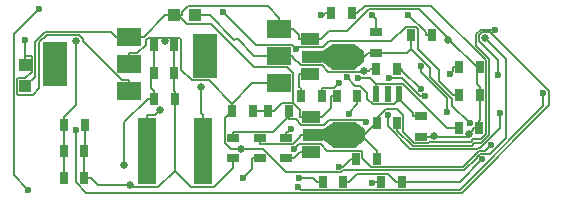
<source format=gbr>
%TF.GenerationSoftware,KiCad,Pcbnew,5.0.0*%
%TF.CreationDate,2018-09-25T19:59:15+02:00*%
%TF.ProjectId,mps_V05,6D70735F5630352E6B696361645F7063,rev?*%
%TF.SameCoordinates,Original*%
%TF.FileFunction,Copper,L2,Bot,Signal*%
%TF.FilePolarity,Positive*%
%FSLAX46Y46*%
G04 Gerber Fmt 4.6, Leading zero omitted, Abs format (unit mm)*
G04 Created by KiCad (PCBNEW 5.0.0) date Tue Sep 25 19:59:15 2018*
%MOMM*%
%LPD*%
G01*
G04 APERTURE LIST*
%ADD10R,1.070000X1.100000*%
%ADD11R,1.100000X1.070000*%
%ADD12R,0.670000X1.000000*%
%ADD13R,1.000000X0.670000*%
%ADD14C,0.850000*%
%ADD15C,0.100000*%
%ADD16R,1.500000X1.000000*%
%ADD17R,1.800000X1.000000*%
%ADD18R,1.840000X2.200000*%
%ADD19C,1.000000*%
%ADD20R,2.000000X3.800000*%
%ADD21R,2.000000X1.500000*%
%ADD22R,0.500000X1.400000*%
%ADD23R,1.600000X5.700000*%
%ADD24C,0.650000*%
%ADD25C,0.600000*%
%ADD26C,0.150000*%
%ADD27C,0.170000*%
%ADD28C,0.130000*%
G04 APERTURE END LIST*
D10*
X138786000Y-126187000D03*
X136936000Y-126187000D03*
D11*
X124384000Y-130342000D03*
X124384000Y-132192000D03*
D12*
X143623000Y-134315000D03*
X141873000Y-134315000D03*
X152488000Y-133020000D03*
X150738000Y-133020000D03*
X162814000Y-135738000D03*
X161064000Y-135738000D03*
D13*
X157886000Y-136486000D03*
X157886000Y-134736000D03*
D12*
X137019000Y-133248000D03*
X135269000Y-133248000D03*
X137008000Y-131064000D03*
X135258000Y-131064000D03*
X129388000Y-137668000D03*
X127638000Y-137668000D03*
X129424000Y-135433000D03*
X127674000Y-135433000D03*
X137008000Y-128727000D03*
X135258000Y-128727000D03*
X129388000Y-139954000D03*
X127638000Y-139954000D03*
D14*
X152654000Y-129667000D03*
D15*
G36*
X153079000Y-130167000D02*
X152229000Y-130767000D01*
X152229000Y-128567000D01*
X153079000Y-129167000D01*
X153079000Y-130167000D01*
X153079000Y-130167000D01*
G37*
D16*
X148507000Y-131167000D03*
D17*
X148653500Y-129667000D03*
D16*
X148507000Y-128167000D03*
D18*
X151320500Y-129667000D03*
D19*
X149910800Y-129667000D03*
D15*
G36*
X149410800Y-129267000D02*
X150410800Y-128567000D01*
X150410800Y-130767000D01*
X149410800Y-130067000D01*
X149410800Y-129267000D01*
X149410800Y-129267000D01*
G37*
D14*
X152717000Y-136271000D03*
D15*
G36*
X153142000Y-136771000D02*
X152292000Y-137371000D01*
X152292000Y-135171000D01*
X153142000Y-135771000D01*
X153142000Y-136771000D01*
X153142000Y-136771000D01*
G37*
D16*
X148570000Y-137771000D03*
D17*
X148716500Y-136271000D03*
D16*
X148570000Y-134771000D03*
D18*
X151383500Y-136271000D03*
D19*
X149973800Y-136271000D03*
D15*
G36*
X149473800Y-135871000D02*
X150473800Y-135171000D01*
X150473800Y-137371000D01*
X149473800Y-136671000D01*
X149473800Y-135871000D01*
X149473800Y-135871000D01*
G37*
D12*
X147740000Y-133020000D03*
X149490000Y-133020000D03*
X157037000Y-127838000D03*
X158787000Y-127838000D03*
X151319000Y-140259000D03*
X149569000Y-140259000D03*
D13*
X154102000Y-127573000D03*
X154102000Y-129323000D03*
D12*
X154509000Y-140272000D03*
X156259000Y-140272000D03*
D13*
X146456000Y-138289000D03*
X146456000Y-136539000D03*
X144221000Y-136528000D03*
X144221000Y-138278000D03*
D12*
X154129000Y-135255000D03*
X155879000Y-135255000D03*
X152414000Y-138328000D03*
X154164000Y-138328000D03*
X150255000Y-126009000D03*
X152005000Y-126009000D03*
X162865000Y-130556000D03*
X161115000Y-130556000D03*
X162865000Y-132944000D03*
X161115000Y-132944000D03*
X154065000Y-130746000D03*
X155815000Y-130746000D03*
D13*
X141935000Y-138278000D03*
X141935000Y-136528000D03*
D12*
X146671000Y-134302000D03*
X144921000Y-134302000D03*
D20*
X139598000Y-129604000D03*
D21*
X145898000Y-129604000D03*
X145898000Y-131904000D03*
X145898000Y-127304000D03*
D20*
X126898000Y-130302000D03*
D21*
X133198000Y-130302000D03*
X133198000Y-132602000D03*
X133198000Y-128002000D03*
D22*
X154114000Y-132842000D03*
X155130000Y-132842000D03*
X156019000Y-132842000D03*
D23*
X139408000Y-137668000D03*
X134708000Y-137668000D03*
D24*
X160156800Y-128226000D03*
X158955500Y-136395000D03*
X161981400Y-136242400D03*
X139220900Y-132233300D03*
X153017000Y-130852000D03*
X136238900Y-128355000D03*
X142642700Y-137515700D03*
X163330400Y-128127800D03*
X132776000Y-138813100D03*
X128672700Y-128350000D03*
X135792600Y-134169900D03*
D25*
X153691800Y-126111000D03*
X153765700Y-140377500D03*
X150905000Y-138983400D03*
X158212300Y-133040400D03*
X155154300Y-131491200D03*
X163821500Y-137118400D03*
X147161200Y-137509800D03*
X164587600Y-134454400D03*
X155078600Y-134592000D03*
X157850400Y-132410100D03*
X168226300Y-132738000D03*
X147492900Y-140706700D03*
X156822200Y-126140900D03*
X147547500Y-139954000D03*
X157850500Y-130482000D03*
X160125200Y-134392000D03*
X142769200Y-139954000D03*
X164188600Y-127376800D03*
X163061600Y-138356900D03*
X162036600Y-135326400D03*
X141093100Y-125875700D03*
X147338600Y-129050900D03*
D24*
X133261800Y-140574200D03*
D25*
X124337400Y-128303100D03*
X151771200Y-134514700D03*
X152543000Y-131439300D03*
X151626700Y-131429000D03*
X124640100Y-140929100D03*
X125547400Y-125642300D03*
X149449800Y-126111000D03*
X150924200Y-131905700D03*
X146853600Y-135787700D03*
X128631400Y-135849900D03*
X164397200Y-131189800D03*
X160357500Y-131121200D03*
X153235600Y-135209000D03*
D26*
X148570000Y-134771000D02*
X147644700Y-134771000D01*
X147073400Y-133598300D02*
X147644700Y-134169600D01*
X147644700Y-134169600D02*
X147644700Y-134771000D01*
X147073400Y-133598300D02*
X146135000Y-133598300D01*
X146135000Y-133598300D02*
X145431300Y-134302000D01*
X137468800Y-126187000D02*
X137468800Y-126286700D01*
X137468800Y-126286700D02*
X138108900Y-126926800D01*
X138108900Y-126926800D02*
X140132700Y-126926800D01*
X140132700Y-126926800D02*
X143735300Y-130529400D01*
X143735300Y-130529400D02*
X146529800Y-130529400D01*
X146529800Y-130529400D02*
X147073400Y-131073000D01*
X147073400Y-131073000D02*
X147073400Y-133598300D01*
X150738000Y-133020000D02*
X150227700Y-133020000D01*
X148570000Y-134771000D02*
X149495300Y-134771000D01*
X149495300Y-134771000D02*
X150227700Y-134038600D01*
X150227700Y-134038600D02*
X150227700Y-133020000D01*
X137468800Y-126187000D02*
X137646300Y-126187000D01*
X136936000Y-126187000D02*
X137468800Y-126187000D01*
X144921000Y-134302000D02*
X145431300Y-134302000D01*
X148507000Y-128167000D02*
X147581700Y-128167000D01*
X145898000Y-127304000D02*
X147073300Y-127304000D01*
X147581700Y-128167000D02*
X147581700Y-127812400D01*
X147581700Y-127812400D02*
X147073300Y-127304000D01*
X148803400Y-128167000D02*
X148507000Y-128167000D01*
X148803400Y-128167000D02*
X149432300Y-128167000D01*
X145898000Y-127304000D02*
X145898000Y-126378700D01*
X145898000Y-126378700D02*
X144913000Y-125393700D01*
X144913000Y-125393700D02*
X138173200Y-125393700D01*
X138173200Y-125393700D02*
X137646300Y-125920600D01*
X137646300Y-125920600D02*
X137646300Y-126187000D01*
X133198000Y-128002000D02*
X132022700Y-128002000D01*
X132022700Y-128002000D02*
X131611300Y-127590600D01*
X131611300Y-127590600D02*
X126035700Y-127590600D01*
X126035700Y-127590600D02*
X125161300Y-128465000D01*
X125161300Y-128465000D02*
X125161300Y-131414700D01*
X125161300Y-131414700D02*
X124384000Y-132192000D01*
X136225700Y-126187000D02*
X134410700Y-128002000D01*
X134410700Y-128002000D02*
X133198000Y-128002000D01*
X160156800Y-128226000D02*
X160279900Y-128226000D01*
X160279900Y-128226000D02*
X162609900Y-130556000D01*
X149432300Y-128167000D02*
X150084400Y-127514900D01*
X150084400Y-127514900D02*
X151615500Y-127514900D01*
X151615500Y-127514900D02*
X153495200Y-125635200D01*
X153495200Y-125635200D02*
X157689100Y-125635200D01*
X157689100Y-125635200D02*
X160156800Y-128102900D01*
X160156800Y-128102900D02*
X160156800Y-128226000D01*
X162865000Y-132268700D02*
X162609900Y-132013600D01*
X162609900Y-132013600D02*
X162609900Y-130556000D01*
X158955500Y-136486000D02*
X157886000Y-136486000D01*
X161981400Y-136242400D02*
X161737800Y-136486000D01*
X161737800Y-136486000D02*
X158955500Y-136486000D01*
X158955500Y-136486000D02*
X158955500Y-136395000D01*
X162303700Y-135738000D02*
X162303700Y-135920100D01*
X162303700Y-135920100D02*
X161981400Y-136242400D01*
X162814000Y-135062700D02*
X162865000Y-135011700D01*
X162865000Y-135011700D02*
X162865000Y-132944000D01*
X162865000Y-132944000D02*
X162865000Y-132268700D01*
X162865000Y-130556000D02*
X162609900Y-130556000D01*
X162814000Y-135738000D02*
X162814000Y-135062700D01*
X162814000Y-135738000D02*
X162303700Y-135738000D01*
X136580900Y-126187000D02*
X136936000Y-126187000D01*
X136580900Y-126187000D02*
X136225700Y-126187000D01*
X144921000Y-134302000D02*
X144410700Y-134302000D01*
X144133300Y-134315000D02*
X144397700Y-134315000D01*
X144397700Y-134315000D02*
X144410700Y-134302000D01*
X143623000Y-134315000D02*
X144133300Y-134315000D01*
X139408000Y-137668000D02*
X139408000Y-134642700D01*
X139408000Y-134642700D02*
X139220900Y-134455600D01*
X139220900Y-134455600D02*
X139220900Y-132233300D01*
X144722700Y-129604000D02*
X143737600Y-129604000D01*
X143737600Y-129604000D02*
X143737600Y-129573800D01*
X143737600Y-129573800D02*
X143664100Y-129500300D01*
X143664100Y-129500300D02*
X143664100Y-129500200D01*
X143664100Y-129500200D02*
X142370600Y-128206700D01*
X142370600Y-128206700D02*
X142163200Y-128206700D01*
X142163200Y-128206700D02*
X142089900Y-128280000D01*
X142089900Y-128280000D02*
X139996800Y-126187000D01*
X139996800Y-126187000D02*
X139496300Y-126187000D01*
X153017000Y-130852000D02*
X152926600Y-130942400D01*
X152926600Y-130942400D02*
X150038100Y-130942400D01*
X150038100Y-130942400D02*
X149512700Y-130417000D01*
X149512700Y-130417000D02*
X147682900Y-130417000D01*
X147682900Y-130417000D02*
X147073300Y-129807400D01*
X147073300Y-129807400D02*
X147073300Y-129604000D01*
X153017000Y-130852000D02*
X153448700Y-130852000D01*
X153448700Y-130852000D02*
X153554700Y-130746000D01*
X145898000Y-129604000D02*
X147073300Y-129604000D01*
X138786000Y-126187000D02*
X139496300Y-126187000D01*
X145898000Y-129604000D02*
X144722700Y-129604000D01*
X154065000Y-130746000D02*
X153554700Y-130746000D01*
X141873000Y-133639700D02*
X143608700Y-131904000D01*
X143608700Y-131904000D02*
X145898000Y-131904000D01*
X141873000Y-133702300D02*
X141873000Y-133639700D01*
X141873000Y-134295800D02*
X141873000Y-133702300D01*
X136238900Y-128051600D02*
X137420100Y-128051600D01*
X137420100Y-128051600D02*
X137545100Y-128176600D01*
X137545100Y-128176600D02*
X137545100Y-130761600D01*
X137545100Y-130761600D02*
X138462900Y-131679400D01*
X138462900Y-131679400D02*
X139912700Y-131679400D01*
X139912700Y-131679400D02*
X141873000Y-133639700D01*
X133198000Y-129376700D02*
X133868200Y-129376700D01*
X133868200Y-129376700D02*
X134572600Y-128672300D01*
X134572600Y-128672300D02*
X134572600Y-128247100D01*
X134572600Y-128247100D02*
X134768100Y-128051600D01*
X134768100Y-128051600D02*
X136238900Y-128051600D01*
X136238900Y-128051600D02*
X136238900Y-128355000D01*
X141873000Y-134315000D02*
X141873000Y-134295800D01*
X142642700Y-137515700D02*
X141774300Y-137515700D01*
X141774300Y-137515700D02*
X141259600Y-137001000D01*
X141259600Y-137001000D02*
X141259600Y-134909200D01*
X141259600Y-134909200D02*
X141873000Y-134295800D01*
X163330400Y-128127800D02*
X165071400Y-129868800D01*
X165071400Y-129868800D02*
X165071400Y-136566400D01*
X165071400Y-136566400D02*
X163756200Y-137881600D01*
X163756200Y-137881600D02*
X162864800Y-137881600D01*
X162864800Y-137881600D02*
X162586300Y-138160100D01*
X162586300Y-138160100D02*
X162586300Y-138231700D01*
X162586300Y-138231700D02*
X161512000Y-139306000D01*
X161512000Y-139306000D02*
X151275700Y-139306000D01*
X151275700Y-139306000D02*
X151119300Y-139462400D01*
X151119300Y-139462400D02*
X146490700Y-139462400D01*
X146490700Y-139462400D02*
X144544000Y-137515700D01*
X144544000Y-137515700D02*
X142642700Y-137515700D01*
X133198000Y-130302000D02*
X133198000Y-129376700D01*
D27*
X135128000Y-131064000D02*
X135258000Y-130934000D01*
X135258000Y-130934000D02*
X135258000Y-128727000D01*
X135128000Y-131064000D02*
X134997900Y-131064000D01*
X135258000Y-131064000D02*
X135128000Y-131064000D01*
X134748700Y-133248000D02*
X132776000Y-135220700D01*
X132776000Y-135220700D02*
X132776000Y-138813100D01*
X135269000Y-133248000D02*
X135269000Y-132562700D01*
X134997900Y-131064000D02*
X134997900Y-132291600D01*
X134997900Y-132291600D02*
X135269000Y-132562700D01*
X135269000Y-133248000D02*
X134748700Y-133248000D01*
X127674000Y-135433000D02*
X127674000Y-134747700D01*
X128672700Y-128350000D02*
X128672700Y-133749000D01*
X128672700Y-133749000D02*
X127674000Y-134747700D01*
X127674000Y-135433000D02*
X127674000Y-136118300D01*
X127674000Y-136118300D02*
X127638000Y-136154300D01*
X127638000Y-136154300D02*
X127638000Y-136982700D01*
X127638000Y-137668000D02*
X127638000Y-136982700D01*
X127638000Y-139954000D02*
X127638000Y-137668000D01*
D26*
X134708000Y-137668000D02*
X134708000Y-134642700D01*
X134708000Y-134642700D02*
X135319800Y-134642700D01*
X135319800Y-134642700D02*
X135792600Y-134169900D01*
D28*
X154102000Y-127573000D02*
X154102000Y-126521200D01*
X154102000Y-126521200D02*
X153691800Y-126111000D01*
X154509000Y-140272000D02*
X154008700Y-140272000D01*
X153765700Y-140377500D02*
X153903200Y-140377500D01*
X153903200Y-140377500D02*
X154008700Y-140272000D01*
X150905000Y-138983400D02*
X151258300Y-138983400D01*
X151258300Y-138983400D02*
X151913700Y-138328000D01*
X152414000Y-138328000D02*
X151913700Y-138328000D01*
X158212300Y-133040400D02*
X157818400Y-133040400D01*
X157818400Y-133040400D02*
X156269200Y-131491200D01*
X156269200Y-131491200D02*
X155154300Y-131491200D01*
X163821500Y-137118400D02*
X163298600Y-137641300D01*
X163298600Y-137641300D02*
X162765300Y-137641300D01*
X162765300Y-137641300D02*
X161413200Y-138993400D01*
X161413200Y-138993400D02*
X153685400Y-138993400D01*
X153685400Y-138993400D02*
X152914400Y-138222400D01*
X152914400Y-138222400D02*
X152914400Y-137759600D01*
X152914400Y-137759600D02*
X152817500Y-137662700D01*
X152817500Y-137662700D02*
X149963600Y-137662700D01*
X149963600Y-137662700D02*
X149406500Y-137105600D01*
X149406500Y-137105600D02*
X147565400Y-137105600D01*
X147565400Y-137105600D02*
X147161200Y-137509800D01*
X164587600Y-134454400D02*
X164587600Y-135694400D01*
X164587600Y-135694400D02*
X162871000Y-137411000D01*
X162871000Y-137411000D02*
X162670000Y-137411000D01*
X162670000Y-137411000D02*
X162619500Y-137461500D01*
X162619500Y-137461500D02*
X156971400Y-137461500D01*
X156971400Y-137461500D02*
X155078600Y-135568700D01*
X155078600Y-135568700D02*
X155078600Y-134592000D01*
X155815000Y-130746000D02*
X156315300Y-130746000D01*
X156315300Y-130746000D02*
X156315300Y-130875000D01*
X156315300Y-130875000D02*
X157850400Y-132410100D01*
X168226300Y-132738000D02*
X168226300Y-133878300D01*
X168226300Y-133878300D02*
X161167200Y-140937400D01*
X161167200Y-140937400D02*
X147723600Y-140937400D01*
X147723600Y-140937400D02*
X147492900Y-140706700D01*
X158286700Y-127838000D02*
X158286700Y-127605400D01*
X158286700Y-127605400D02*
X156822200Y-126140900D01*
X158787000Y-127838000D02*
X158286700Y-127838000D01*
X149068700Y-140259000D02*
X148763700Y-139954000D01*
X148763700Y-139954000D02*
X147547500Y-139954000D01*
X149569000Y-140259000D02*
X149068700Y-140259000D01*
X157850500Y-130482000D02*
X157850500Y-130935400D01*
X157850500Y-130935400D02*
X160125200Y-133210100D01*
X160125200Y-133210100D02*
X160125200Y-134392000D01*
X142769200Y-139954000D02*
X143555700Y-139167500D01*
X143555700Y-139167500D02*
X143555700Y-138278000D01*
X144221000Y-138278000D02*
X143555700Y-138278000D01*
X164188600Y-127376800D02*
X162926400Y-127376800D01*
X162926400Y-127376800D02*
X162565500Y-127737700D01*
X162565500Y-127737700D02*
X162565500Y-128763700D01*
X162565500Y-128763700D02*
X163652900Y-129851100D01*
X163652900Y-129851100D02*
X163652900Y-136299100D01*
X163652900Y-136299100D02*
X162947500Y-137004500D01*
X162947500Y-137004500D02*
X162403200Y-137004500D01*
X162403200Y-137004500D02*
X162176600Y-137231100D01*
X162176600Y-137231100D02*
X157165400Y-137231100D01*
X157165400Y-137231100D02*
X155879000Y-135944700D01*
X155879000Y-135944700D02*
X155879000Y-135255000D01*
X157037000Y-127838000D02*
X157037000Y-128503300D01*
X157027100Y-129000400D02*
X158638200Y-130611500D01*
X158638200Y-130611500D02*
X158638200Y-131397400D01*
X158638200Y-131397400D02*
X160530400Y-133289600D01*
X160530400Y-133289600D02*
X160530400Y-133820200D01*
X160530400Y-133820200D02*
X162036600Y-135326400D01*
X154102000Y-129323000D02*
X156704500Y-129323000D01*
X156704500Y-129323000D02*
X157027100Y-129000400D01*
X157027100Y-129000400D02*
X157027100Y-128513200D01*
X157027100Y-128513200D02*
X157037000Y-128503300D01*
X154102000Y-129323000D02*
X153436700Y-129323000D01*
X152654000Y-129667000D02*
X153092700Y-129667000D01*
X153092700Y-129667000D02*
X153436700Y-129323000D01*
X151320500Y-129667000D02*
X152654000Y-129667000D01*
X163061600Y-138356900D02*
X161146500Y-140272000D01*
X161146500Y-140272000D02*
X156259000Y-140272000D01*
X156259000Y-140272000D02*
X155758700Y-140272000D01*
X155758700Y-140272000D02*
X155068400Y-139581700D01*
X155068400Y-139581700D02*
X152496600Y-139581700D01*
X152496600Y-139581700D02*
X151819300Y-140259000D01*
X151319000Y-140259000D02*
X151819300Y-140259000D01*
X149910800Y-129667000D02*
X151320500Y-129667000D01*
X148653500Y-129667000D02*
X149910800Y-129667000D01*
X147740000Y-133020000D02*
X147740000Y-132354700D01*
X148507000Y-131167000D02*
X147591700Y-131167000D01*
X147591700Y-131167000D02*
X147591700Y-132206400D01*
X147591700Y-132206400D02*
X147740000Y-132354700D01*
X153000100Y-136357800D02*
X153961900Y-135396000D01*
X153961900Y-135396000D02*
X153961900Y-135255000D01*
X152717000Y-136271000D02*
X152803800Y-136357800D01*
X152803800Y-136357800D02*
X153000100Y-136357800D01*
X153000100Y-136357800D02*
X153000100Y-136498800D01*
X153000100Y-136498800D02*
X154164000Y-137662700D01*
X152505300Y-126009000D02*
X153170200Y-125344100D01*
X153170200Y-125344100D02*
X158738900Y-125344100D01*
X158738900Y-125344100D02*
X163366100Y-129971300D01*
X163366100Y-129971300D02*
X163366100Y-136260000D01*
X163366100Y-136260000D02*
X162976300Y-136649800D01*
X162976300Y-136649800D02*
X162317000Y-136649800D01*
X162317000Y-136649800D02*
X162077400Y-136889400D01*
X162077400Y-136889400D02*
X158551300Y-136889400D01*
X158551300Y-136889400D02*
X158551300Y-136889500D01*
X158551300Y-136889500D02*
X158445500Y-136995300D01*
X158445500Y-136995300D02*
X157318800Y-136995300D01*
X157318800Y-136995300D02*
X156394000Y-136070500D01*
X156394000Y-136070500D02*
X156394000Y-134642100D01*
X156394000Y-134642100D02*
X155878600Y-134126700D01*
X155878600Y-134126700D02*
X154886000Y-134126700D01*
X154886000Y-134126700D02*
X153961900Y-135050800D01*
X153961900Y-135050800D02*
X153961900Y-135255000D01*
X149973800Y-136271000D02*
X148716500Y-136271000D01*
X151383500Y-136271000D02*
X149973800Y-136271000D01*
X144221000Y-136528000D02*
X144221000Y-137028300D01*
X148716500Y-136271000D02*
X147651200Y-136271000D01*
X147651200Y-136271000D02*
X147651200Y-136460700D01*
X147651200Y-136460700D02*
X147072500Y-137039400D01*
X147072500Y-137039400D02*
X144232100Y-137039400D01*
X144232100Y-137039400D02*
X144221000Y-137028300D01*
X152005000Y-126009000D02*
X152505300Y-126009000D01*
X154129000Y-135255000D02*
X153961900Y-135255000D01*
X154164000Y-138328000D02*
X154164000Y-137662700D01*
X151383500Y-136271000D02*
X152717000Y-136271000D01*
X148570000Y-137771000D02*
X147654700Y-137771000D01*
X147654700Y-137771000D02*
X147136700Y-138289000D01*
X147136700Y-138289000D02*
X146456000Y-138289000D01*
X147338600Y-129050900D02*
X146976300Y-128688600D01*
X146976300Y-128688600D02*
X143906000Y-128688600D01*
X143906000Y-128688600D02*
X141093100Y-125875700D01*
X160614700Y-132944000D02*
X159407300Y-131736600D01*
X159407300Y-131736600D02*
X159407300Y-130794300D01*
X159407300Y-130794300D02*
X157604000Y-128991000D01*
X157604000Y-128991000D02*
X157604000Y-127336200D01*
X157604000Y-127336200D02*
X157421400Y-127153600D01*
X157421400Y-127153600D02*
X156571800Y-127153600D01*
X156571800Y-127153600D02*
X155377100Y-128348300D01*
X155377100Y-128348300D02*
X150082600Y-128348300D01*
X150082600Y-128348300D02*
X149598500Y-128832400D01*
X149598500Y-128832400D02*
X147557100Y-128832400D01*
X147557100Y-128832400D02*
X147338600Y-129050900D01*
X161115000Y-132944000D02*
X160614700Y-132944000D01*
D27*
X137019000Y-139328100D02*
X137019000Y-133248000D01*
X133261800Y-140574200D02*
X133391000Y-140703400D01*
X133391000Y-140703400D02*
X135643700Y-140703400D01*
X135643700Y-140703400D02*
X137019000Y-139328100D01*
X137019000Y-139328100D02*
X138394300Y-140703400D01*
X138394300Y-140703400D02*
X140343700Y-140703400D01*
X140343700Y-140703400D02*
X141935000Y-139112100D01*
X141935000Y-139112100D02*
X141935000Y-138278000D01*
X133261800Y-140574200D02*
X130528500Y-140574200D01*
X130528500Y-140574200D02*
X129908300Y-139954000D01*
X137019000Y-133248000D02*
X137019000Y-132562700D01*
X137019000Y-132562700D02*
X137008000Y-132551700D01*
X137008000Y-132551700D02*
X137008000Y-131064000D01*
X137008000Y-131064000D02*
X137008000Y-128727000D01*
X129424000Y-135433000D02*
X129424000Y-136118300D01*
X129388000Y-138010600D02*
X129424000Y-137974600D01*
X129424000Y-137974600D02*
X129424000Y-136118300D01*
X129388000Y-138010600D02*
X129388000Y-138353300D01*
X129388000Y-137668000D02*
X129388000Y-138010600D01*
X129388000Y-139268700D02*
X129388000Y-138353300D01*
X129388000Y-139954000D02*
X129388000Y-139268700D01*
X129388000Y-139954000D02*
X129908300Y-139954000D01*
D28*
X124384000Y-129641700D02*
X124384000Y-128349700D01*
X124384000Y-128349700D02*
X124337400Y-128303100D01*
X124384000Y-129641700D02*
X124908400Y-129641700D01*
X124908400Y-129641700D02*
X124921000Y-129654300D01*
X124921000Y-129654300D02*
X124921000Y-130952900D01*
X124921000Y-130952900D02*
X124382200Y-131491700D01*
X124382200Y-131491700D02*
X123765500Y-131491700D01*
X123765500Y-131491700D02*
X123668700Y-131588500D01*
X123668700Y-131588500D02*
X123668700Y-132795500D01*
X123668700Y-132795500D02*
X123765500Y-132892300D01*
X123765500Y-132892300D02*
X125002500Y-132892300D01*
X125002500Y-132892300D02*
X125576800Y-132318000D01*
X125576800Y-132318000D02*
X125576800Y-128470200D01*
X125576800Y-128470200D02*
X126205600Y-127841400D01*
X126205600Y-127841400D02*
X128930600Y-127841400D01*
X128930600Y-127841400D02*
X129232400Y-128143200D01*
X129232400Y-128143200D02*
X129232400Y-128389800D01*
X129232400Y-128389800D02*
X132529300Y-131686700D01*
X132529300Y-131686700D02*
X133198000Y-131686700D01*
X133198000Y-132602000D02*
X133198000Y-131686700D01*
X124384000Y-130342000D02*
X124384000Y-129641700D01*
X152488000Y-133685300D02*
X151771200Y-134402100D01*
X151771200Y-134402100D02*
X151771200Y-134514700D01*
X152488000Y-133020000D02*
X152488000Y-133685300D01*
X154114000Y-131976700D02*
X153576600Y-131439300D01*
X153576600Y-131439300D02*
X152543000Y-131439300D01*
X154114000Y-131976700D02*
X156358000Y-131976700D01*
X156358000Y-131976700D02*
X160119300Y-135738000D01*
X160119300Y-135738000D02*
X160563700Y-135738000D01*
X154114000Y-132034300D02*
X154114000Y-131976700D01*
X161064000Y-135738000D02*
X160563700Y-135738000D01*
X154114000Y-132842000D02*
X154114000Y-132034300D01*
X151626700Y-131429000D02*
X152331100Y-132133400D01*
X152331100Y-132133400D02*
X152741900Y-132133400D01*
X152741900Y-132133400D02*
X153343500Y-132735000D01*
X153343500Y-132735000D02*
X153343500Y-133266800D01*
X153343500Y-133266800D02*
X153788900Y-133712200D01*
X153788900Y-133712200D02*
X155581400Y-133712200D01*
X155581400Y-133712200D02*
X156019000Y-133274600D01*
X157886000Y-134736000D02*
X157220700Y-134736000D01*
X156019000Y-133274600D02*
X157220700Y-134476300D01*
X157220700Y-134476300D02*
X157220700Y-134736000D01*
X156019000Y-132842000D02*
X156019000Y-133274600D01*
X125547400Y-125642300D02*
X123438400Y-127751300D01*
X123438400Y-127751300D02*
X123438400Y-139727400D01*
X123438400Y-139727400D02*
X124640100Y-140929100D01*
X149754700Y-126009000D02*
X149652700Y-126111000D01*
X149652700Y-126111000D02*
X149449800Y-126111000D01*
X150255000Y-126009000D02*
X149754700Y-126009000D01*
X149490000Y-132354700D02*
X150475200Y-132354700D01*
X150475200Y-132354700D02*
X150924200Y-131905700D01*
X149490000Y-133020000D02*
X149490000Y-132354700D01*
X146456000Y-136539000D02*
X146456000Y-136038700D01*
X146456000Y-136038700D02*
X146602600Y-136038700D01*
X146602600Y-136038700D02*
X146853600Y-135787700D01*
X128631400Y-135849900D02*
X128631400Y-140301100D01*
X128631400Y-140301100D02*
X129505900Y-141175600D01*
X129505900Y-141175600D02*
X161313800Y-141175600D01*
X161313800Y-141175600D02*
X168723200Y-133766200D01*
X168723200Y-133766200D02*
X168723200Y-132576600D01*
X168723200Y-132576600D02*
X163753800Y-127607200D01*
X163753800Y-127607200D02*
X163037900Y-127607200D01*
X163037900Y-127607200D02*
X162795900Y-127849200D01*
X162795900Y-127849200D02*
X162795900Y-128343500D01*
X162795900Y-128343500D02*
X164397200Y-129944800D01*
X164397200Y-129944800D02*
X164397200Y-131189800D01*
X161115000Y-130556000D02*
X160614700Y-130556000D01*
X160357500Y-131121200D02*
X160614700Y-130864000D01*
X160614700Y-130864000D02*
X160614700Y-130556000D01*
X141935000Y-136528000D02*
X141935000Y-136027700D01*
X146671000Y-134697200D02*
X145340500Y-136027700D01*
X145340500Y-136027700D02*
X141935000Y-136027700D01*
X146671000Y-134697200D02*
X146671000Y-134967300D01*
X146671000Y-134302000D02*
X146671000Y-134697200D01*
X153235600Y-135209000D02*
X153032200Y-135005600D01*
X153032200Y-135005600D02*
X150092300Y-135005600D01*
X150092300Y-135005600D02*
X149661500Y-135436400D01*
X149661500Y-135436400D02*
X147733700Y-135436400D01*
X147733700Y-135436400D02*
X147264600Y-134967300D01*
X147264600Y-134967300D02*
X146671000Y-134967300D01*
M02*

</source>
